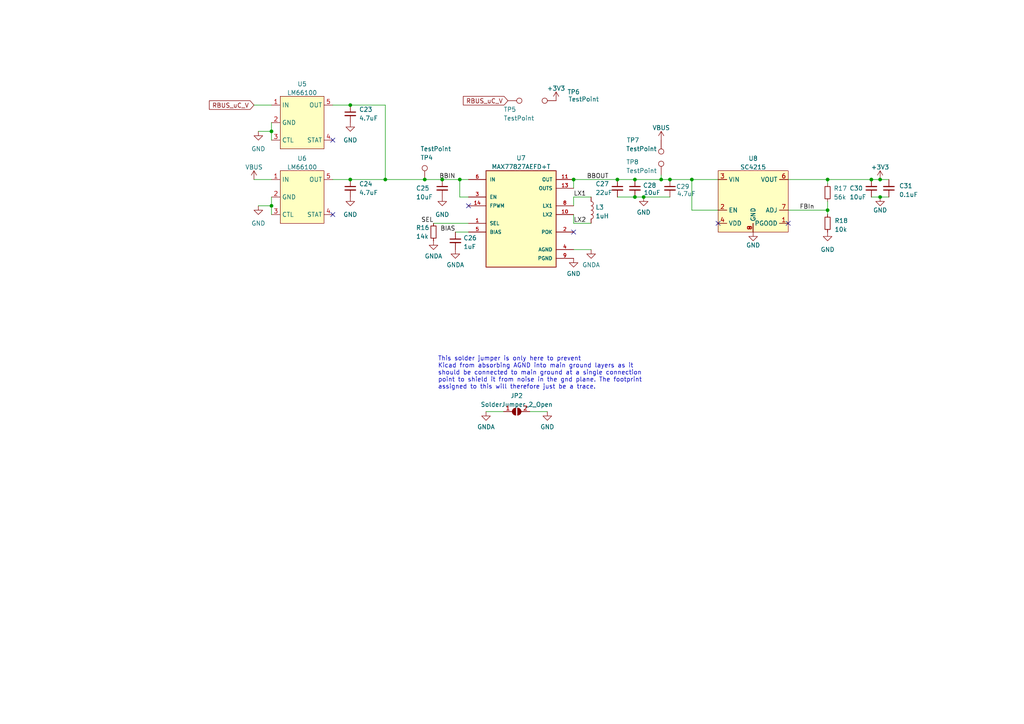
<source format=kicad_sch>
(kicad_sch (version 20211123) (generator eeschema)
  (paper "A4")
  (lib_symbols
    (symbol "Connector:TestPoint" (pin_numbers hide) (pin_names (offset 0.762) hide)
      (property "Reference" "TP" (at 0 6.858 0))
      (property "Value" "TestPoint" (at 0 5.08 0))
      (symbol "TestPoint_0_1"
        (circle (center 0 3.302) (radius 0.762))
      )
      (symbol "TestPoint_1_1"
        (pin passive line (at 0 0 90) (length 2.54) (name "1") (number "1"))
      )
    )
    (symbol "Device:C_Small" (pin_numbers hide) (pin_names (offset 0.254) hide)
      (property "Reference" "C" (at 0.254 1.778 0))
      (property "Value" "C_Small" (at 0.254 -2.032 0))
      (symbol "C_Small_0_1"
        (polyline (pts (xy -1.524 -0.508) (xy 1.524 -0.508)) (stroke (width 0.3302)))
        (polyline (pts (xy -1.524 0.508) (xy 1.524 0.508)) (stroke (width 0.3048)))
      )
      (symbol "C_Small_1_1"
        (pin passive line (at 0 2.54 270) (length 2.032) (name "~") (number "1"))
        (pin passive line (at 0 -2.54 90) (length 2.032) (name "~") (number "2"))
      )
    )
    (symbol "Device:L" (pin_numbers hide) (pin_names (offset 1.016) hide)
      (property "Reference" "L" (at -1.27 0 90))
      (property "Value" "L" (at 1.905 0 90))
      (symbol "L_0_1"
        (arc (start 0 -2.54) (mid 0.635 -1.905) (end 0 -1.27))
        (arc (start 0 -1.27) (mid 0.635 -0.635) (end 0 0))
        (arc (start 0 0) (mid 0.635 0.635) (end 0 1.27))
        (arc (start 0 1.27) (mid 0.635 1.905) (end 0 2.54))
      )
      (symbol "L_1_1"
        (pin passive line (at 0 3.81 270) (length 1.27) (name "1") (number "1"))
        (pin passive line (at 0 -3.81 90) (length 1.27) (name "2") (number "2"))
      )
    )
    (symbol "Device:R_Small" (pin_numbers hide) (pin_names (offset 0.254) hide)
      (property "Reference" "R" (at 0.762 0.508 0))
      (property "Value" "R_Small" (at 0.762 -1.016 0))
      (symbol "R_Small_0_1"
        (rectangle (start -0.762 1.778) (end 0.762 -1.778) (stroke (width 0.2032)))
      )
      (symbol "R_Small_1_1"
        (pin passive line (at 0 2.54 270) (length 0.762) (name "~") (number "1"))
        (pin passive line (at 0 -2.54 90) (length 0.762) (name "~") (number "2"))
      )
    )
    (symbol "Jumper:SolderJumper_2_Open" (pin_names (offset 0) hide)
      (property "Reference" "JP" (at 0 2.032 0))
      (property "Value" "SolderJumper_2_Open" (at 0 -2.54 0))
      (symbol "SolderJumper_2_Open_0_1"
        (arc (start -0.254 1.016) (mid -1.27 0) (end -0.254 -1.016))
        (arc (start -0.254 1.016) (mid -1.27 0) (end -0.254 -1.016) (fill (type outline)))
        (polyline (pts (xy -0.254 1.016) (xy -0.254 -1.016)))
        (polyline (pts (xy 0.254 1.016) (xy 0.254 -1.016)))
        (arc (start 0.254 -1.016) (mid 1.27 0) (end 0.254 1.016))
        (arc (start 0.254 -1.016) (mid 1.27 0) (end 0.254 1.016) (fill (type outline)))
      )
      (symbol "SolderJumper_2_Open_1_1"
        (pin passive line (at -3.81 0 0) (length 2.54) (name "A") (number "1"))
        (pin passive line (at 3.81 0 180) (length 2.54) (name "B") (number "2"))
      )
    )
    (symbol "iclr:LTC4411"
      (property "Reference" "U" (at 0 1.27 0))
      (property "Value" "LTC4411" (at 0 -1.27 0))
      (symbol "LTC4411_0_1"
        (rectangle (start -6.35 -2.54) (end 6.35 -17.78) (fill (type background)))
      )
      (symbol "LTC4411_1_1"
        (pin power_in line (at -8.89 -5.08 0) (length 2.54) (name "IN") (number "1"))
        (pin output line (at -8.89 -10.16 0) (length 2.54) (name "GND") (number "2"))
        (pin input line (at -8.89 -15.24 0) (length 2.54) (name "CTL") (number "3"))
        (pin input line (at 8.89 -15.24 180) (length 2.54) (name "STAT") (number "4"))
        (pin power_out line (at 8.89 -5.08 180) (length 2.54) (name "OUT") (number "5"))
      )
    )
    (symbol "iclr:MAX77827AEFD+T" (pin_names (offset 1.016))
      (property "Reference" "U?" (at -10.16 13.208 0))
      (property "Value" "MAX77827AEFD+T" (at -10.16 -17.78 0))
      (symbol "MAX77827AEFD+T_0_0"
        (rectangle (start -10.16 -15.24) (end 10.16 12.7) (stroke (width 0.254)) (fill (type background)))
        (pin passive line (at -15.24 -2.54 0) (length 5.08) (name "SEL") (number "1"))
        (pin passive line (at 15.24 0 180) (length 5.08) (name "LX2") (number "10"))
        (pin output line (at 15.24 10.16 180) (length 5.08) (name "OUT") (number "11"))
        (pin input line (at 15.24 7.62 180) (length 5.08) (name "OUTS") (number "13"))
        (pin input line (at -15.24 2.54 0) (length 5.08) (name "FPWM") (number "14"))
        (pin output line (at 15.24 -5.08 180) (length 5.08) (name "POK") (number "2"))
        (pin input line (at -15.24 5.08 0) (length 5.08) (name "EN") (number "3"))
        (pin power_in line (at 15.24 -10.16 180) (length 5.08) (name "AGND") (number "4"))
        (pin passive line (at -15.24 -5.08 0) (length 5.08) (name "BIAS") (number "5"))
        (pin input line (at -15.24 10.16 0) (length 5.08) (name "IN") (number "6"))
        (pin passive line (at 15.24 2.54 180) (length 5.08) (name "LX1") (number "8"))
        (pin power_in line (at 15.24 -12.7 180) (length 5.08) (name "PGND") (number "9"))
      )
    )
    (symbol "iclr:RT9025-25GSP"
      (property "Reference" "U6" (at 0 4.8428 0))
      (property "Value" "RT9025-25GSP" (at 0 2.3059 0))
      (symbol "RT9025-25GSP_1_1"
        (rectangle (start -10.16 1.27) (end 10.16 -16.51) (fill (type background)))
        (pin output line (at 10.16 -13.97 180) (length 2.54) (name "PGOOD") (number "1"))
        (pin input line (at -10.16 -10.16 0) (length 2.54) (name "EN") (number "2"))
        (pin input line (at -10.16 -1.27 0) (length 2.54) (name "VIN") (number "3"))
        (pin input line (at -10.16 -13.97 0) (length 2.54) (name "VDD") (number "4"))
        (pin output line (at 10.16 -1.27 180) (length 2.54) (name "VOUT") (number "6"))
        (pin input line (at 10.16 -10.16 180) (length 2.54) (name "ADJ") (number "7"))
        (pin input line (at 0 -16.51 90) (length 2.54) (name "GND") (number "8"))
        (pin input line (at 0 -16.51 90) (length 2.54) (name "GND") (number "9"))
      )
    )
    (symbol "power:+3.3V" (power) (pin_names (offset 0))
      (property "Value" "+3.3V" (at 0 3.556 0))
      (symbol "+3.3V_0_1"
        (polyline (pts (xy -0.762 1.27) (xy 0 2.54)))
        (polyline (pts (xy 0 0) (xy 0 2.54)))
        (polyline (pts (xy 0 2.54) (xy 0.762 1.27)))
      )
      (symbol "+3.3V_1_1"
        (pin power_in line (at 0 0 90) (length 0) hide (name "+3V3") (number "1"))
      )
    )
    (symbol "power:GND" (power) (pin_names (offset 0))
      (property "Value" "GND" (at 0 -3.81 0))
      (symbol "GND_0_1"
        (polyline (pts (xy 0 0) (xy 0 -1.27) (xy 1.27 -1.27) (xy 0 -2.54) (xy -1.27 -1.27) (xy 0 -1.27)))
      )
      (symbol "GND_1_1"
        (pin power_in line (at 0 0 270) (length 0) hide (name "GND") (number "1"))
      )
    )
    (symbol "power:GNDA" (power) (pin_names (offset 0))
      (property "Value" "GNDA" (at 0 -3.81 0))
      (symbol "GNDA_0_1"
        (polyline (pts (xy 0 0) (xy 0 -1.27) (xy 1.27 -1.27) (xy 0 -2.54) (xy -1.27 -1.27) (xy 0 -1.27)))
      )
      (symbol "GNDA_1_1"
        (pin power_in line (at 0 0 270) (length 0) hide (name "GNDA") (number "1"))
      )
    )
    (symbol "power:VBUS" (power) (pin_names (offset 0))
      (property "Value" "VBUS" (at 0 3.81 0))
      (symbol "VBUS_0_1"
        (polyline (pts (xy -0.762 1.27) (xy 0 2.54)))
        (polyline (pts (xy 0 0) (xy 0 2.54)))
        (polyline (pts (xy 0 2.54) (xy 0.762 1.27)))
      )
      (symbol "VBUS_1_1"
        (pin power_in line (at 0 0 90) (length 0) hide (name "VBUS") (number "1"))
      )
    )
  )
  (junction (at 184.15 52.07))
  (junction (at 240.03 52.07))
  (junction (at 255.27 52.07))
  (junction (at 191.77 52.07))
  (junction (at 186.69 57.15))
  (junction (at 128.27 52.07))
  (junction (at 111.76 52.07))
  (junction (at 101.6 52.07))
  (junction (at 252.73 52.07))
  (junction (at 78.74 59.69))
  (junction (at 194.31 52.07))
  (junction (at 255.27 57.15))
  (junction (at 166.37 52.07))
  (junction (at 123.19 52.07))
  (junction (at 101.6 30.48))
  (junction (at 240.03 60.96))
  (junction (at 133.35 52.07))
  (junction (at 78.74 38.1))
  (junction (at 179.07 52.07))
  (junction (at 184.15 57.15))
  (junction (at 200.66 52.07))
  (no_connect (at 166.37 67.31))
  (no_connect (at 96.52 40.64))
  (no_connect (at 135.89 59.69))
  (no_connect (at 96.52 62.23))
  (no_connect (at 228.6 64.77))
  (no_connect (at 208.28 64.77))
  (wire (pts (xy 133.35 57.15) (xy 135.89 57.15)))
  (wire (pts (xy 166.37 52.07) (xy 179.07 52.07)))
  (wire (pts (xy 96.52 52.07) (xy 101.6 52.07)))
  (wire (pts (xy 179.07 52.07) (xy 184.15 52.07)))
  (wire (pts (xy 240.03 52.07) (xy 240.03 53.34)))
  (wire (pts (xy 166.37 57.15) (xy 171.45 57.15)))
  (wire (pts (xy 111.76 30.48) (xy 111.76 52.07)))
  (wire (pts (xy 200.66 52.07) (xy 200.66 60.96)))
  (wire (pts (xy 179.07 57.15) (xy 184.15 57.15)))
  (wire (pts (xy 228.6 52.07) (xy 240.03 52.07)))
  (wire (pts (xy 166.37 64.77) (xy 166.37 62.23)))
  (wire (pts (xy 200.66 52.07) (xy 208.28 52.07)))
  (wire (pts (xy 125.73 64.77) (xy 135.89 64.77)))
  (wire (pts (xy 166.37 72.39) (xy 171.45 72.39)))
  (wire (pts (xy 191.77 52.07) (xy 194.31 52.07)))
  (wire (pts (xy 240.03 58.42) (xy 240.03 60.96)))
  (wire (pts (xy 96.52 30.48) (xy 101.6 30.48)))
  (wire (pts (xy 166.37 59.69) (xy 166.37 57.15)))
  (wire (pts (xy 74.93 38.1) (xy 78.74 38.1)))
  (wire (pts (xy 191.77 50.8) (xy 191.77 52.07)))
  (wire (pts (xy 184.15 52.07) (xy 191.77 52.07)))
  (wire (pts (xy 252.73 57.15) (xy 255.27 57.15)))
  (wire (pts (xy 133.35 52.07) (xy 133.35 57.15)))
  (wire (pts (xy 200.66 60.96) (xy 208.28 60.96)))
  (wire (pts (xy 123.19 52.07) (xy 128.27 52.07)))
  (wire (pts (xy 186.69 57.15) (xy 194.31 57.15)))
  (wire (pts (xy 194.31 52.07) (xy 200.66 52.07)))
  (wire (pts (xy 140.97 119.38) (xy 146.05 119.38)))
  (wire (pts (xy 78.74 38.1) (xy 78.74 40.64)))
  (wire (pts (xy 228.6 60.96) (xy 240.03 60.96)))
  (wire (pts (xy 171.45 64.77) (xy 166.37 64.77)))
  (wire (pts (xy 255.27 57.15) (xy 257.81 57.15)))
  (wire (pts (xy 73.66 52.07) (xy 78.74 52.07)))
  (wire (pts (xy 111.76 52.07) (xy 123.19 52.07)))
  (wire (pts (xy 186.69 57.15) (xy 184.15 57.15)))
  (wire (pts (xy 153.67 119.38) (xy 158.75 119.38)))
  (wire (pts (xy 78.74 57.15) (xy 78.74 59.69)))
  (wire (pts (xy 128.27 52.07) (xy 133.35 52.07)))
  (wire (pts (xy 78.74 35.56) (xy 78.74 38.1)))
  (wire (pts (xy 166.37 54.61) (xy 166.37 52.07)))
  (wire (pts (xy 132.08 67.31) (xy 135.89 67.31)))
  (wire (pts (xy 74.93 59.69) (xy 78.74 59.69)))
  (wire (pts (xy 78.74 59.69) (xy 78.74 62.23)))
  (wire (pts (xy 255.27 52.07) (xy 252.73 52.07)))
  (wire (pts (xy 133.35 52.07) (xy 135.89 52.07)))
  (wire (pts (xy 255.27 52.07) (xy 257.81 52.07)))
  (wire (pts (xy 101.6 30.48) (xy 111.76 30.48)))
  (wire (pts (xy 73.66 30.48) (xy 78.74 30.48)))
  (wire (pts (xy 240.03 60.96) (xy 240.03 62.23)))
  (wire (pts (xy 240.03 52.07) (xy 252.73 52.07)))
  (wire (pts (xy 101.6 52.07) (xy 111.76 52.07)))
  (text "This solder jumper is only here to prevent\nKicad from absorbing AGND into main ground layers as it\nshould be connected to main ground at a single connection\npoint to shield it from noise in the gnd plane. The footprint\nassigned to this will therefore just be a trace.\n" (at 127 113.03 0) (effects (font (size 1.27 1.27)) (justify left bottom)))
  (label "FBIn" (at 236.22 60.96 180))
  (label "BIAS" (at 132.08 67.31 180))
  (label "LX2" (at 166.37 64.77 0))
  (label "SEL" (at 125.73 64.77 180))
  (label "BBOUT" (at 170.18 52.07 0))
  (label "LX1" (at 166.37 57.15 0))
  (label "BBIN" (at 132.08 52.07 180))
  (global_label "RBUS_uC_V" (shape input) (at 147.32 29.21 180) (property "Intersheet References" "${INTERSHEET_REFS}" (effects hide)))
  (global_label "RBUS_uC_V" (shape input) (at 73.66 30.48 180) (property "Intersheet References" "${INTERSHEET_REFS}" (effects hide)))
  (symbol (lib_id "power:+3.3V") (at 161.29 29.21 0) (unit 1)
    (property "Reference" "#PWR052" (effects hide))
    (property "Value" "+3.3V" (at 161.29 25.6342 0))
  )
  (symbol (lib_id "power:GND") (at 74.93 38.1 0) (unit 1)
    (property "Reference" "#PWR043" (effects hide))
    (property "Value" "GND" (at 74.93 43.18 0))
  )
  (symbol (lib_id "Connector:TestPoint") (at 191.77 50.8 0) (unit 1)
    (property "Reference" "TP8" (at 181.61 46.99 0) (effects (justify left)))
    (property "Value" "TestPoint" (at 181.61 49.5269 0) (effects (justify left)))
    (property "Footprint" "TestPoint:TestPoint_Pad_D1.5mm" (effects hide))
  )
  (symbol (lib_id "Device:R_Small") (at 125.73 67.31 0) (unit 1)
    (property "Reference" "R16" (at 120.65 66.04 0) (effects (justify left)))
    (property "Value" "14k" (at 120.65 68.5769 0) (effects (justify left)))
    (property "Footprint" "Resistor_SMD:R_0402_1005Metric" (effects hide))
  )
  (symbol (lib_id "Device:C_Small") (at 257.81 54.61 180) (unit 1)
    (property "Reference" "C31" (at 260.7683 53.9154 0) (effects (justify right)))
    (property "Value" "0.1uF" (at 260.7683 56.4554 0) (effects (justify right)))
    (property "Footprint" "Capacitor_SMD:C_0402_1005Metric" (effects hide))
  )
  (symbol (lib_id "power:GND") (at 74.93 59.69 0) (unit 1)
    (property "Reference" "#PWR044" (effects hide))
    (property "Value" "GND" (at 74.93 64.77 0))
  )
  (symbol (lib_id "Connector:TestPoint") (at 147.32 29.21 270) (unit 1)
    (property "Reference" "TP5" (at 146.05 31.75 90) (effects (justify left)))
    (property "Value" "TestPoint" (at 146.05 34.2869 90) (effects (justify left)))
    (property "Footprint" "TestPoint:TestPoint_Pad_D1.5mm" (effects hide))
  )
  (symbol (lib_id "power:VBUS") (at 191.77 40.64 0) (unit 1)
    (property "Reference" "#PWR056" (effects hide))
    (property "Value" "VBUS" (at 191.77 37.0642 0))
  )
  (symbol (lib_id "Device:C_Small") (at 184.15 54.61 0) (unit 1)
    (property "Reference" "C28" (at 186.4741 53.7816 0) (effects (justify left)))
    (property "Value" "10uF" (at 186.69 55.88 0) (effects (justify left)))
    (property "Footprint" "Capacitor_SMD:C_0402_1005Metric" (effects hide))
  )
  (symbol (lib_id "power:VBUS") (at 73.66 52.07 0) (unit 1)
    (property "Reference" "#PWR042" (effects hide))
    (property "Value" "VBUS" (at 73.66 48.4942 0))
  )
  (symbol (lib_id "Device:L") (at 171.45 60.96 0) (unit 1)
    (property "Reference" "L3" (at 172.72 60.1253 0) (effects (justify left)))
    (property "Value" "1uH" (at 172.72 62.6622 0) (effects (justify left)))
    (property "Footprint" "Inductor_SMD:L_0805_2012Metric" (effects hide))
  )
  (symbol (lib_id "power:GND") (at 101.6 35.56 0) (unit 1)
    (property "Reference" "#PWR045" (effects hide))
    (property "Value" "GND" (at 101.6 40.64 0))
  )
  (symbol (lib_id "Connector:TestPoint") (at 123.19 52.07 0) (unit 1)
    (property "Reference" "TP4" (at 121.92 45.72 0) (effects (justify left)))
    (property "Value" "TestPoint" (at 121.92 43.1831 0) (effects (justify left)))
    (property "Footprint" "TestPoint:TestPoint_Pad_D1.5mm" (effects hide))
  )
  (symbol (lib_id "Device:R_Small") (at 240.03 64.77 0) (unit 1)
    (property "Reference" "R18" (at 242.044 64.0197 0) (effects (justify left)))
    (property "Value" "10k" (at 242.044 66.5597 0) (effects (justify left)))
    (property "Footprint" "Resistor_SMD:R_0402_1005Metric" (effects hide))
  )
  (symbol (lib_id "iclr:LTC4411") (at 87.63 25.4 0) (unit 1)
    (property "Reference" "U5" (at 87.63 24.3672 0))
    (property "Value" "LM66100" (at 87.63 26.9041 0))
    (property "Footprint" "Package_TO_SOT_SMD:SOT-23-5" (effects hide))
  )
  (symbol (lib_id "power:GND") (at 186.69 57.15 0) (unit 1)
    (property "Reference" "#PWR055" (effects hide))
    (property "Value" "GND" (at 186.69 61.5934 0))
  )
  (symbol (lib_id "power:GNDA") (at 125.73 69.85 0) (unit 1)
    (property "Reference" "#PWR047" (effects hide))
    (property "Value" "GNDA" (at 125.73 74.2934 0))
  )
  (symbol (lib_id "Device:C_Small") (at 128.27 54.61 0) (unit 1)
    (property "Reference" "C25" (at 120.65 54.61 0) (effects (justify left)))
    (property "Value" "10uF" (at 120.65 57.1469 0) (effects (justify left)))
    (property "Footprint" "Capacitor_SMD:C_0603_1608Metric" (effects hide))
  )
  (symbol (lib_id "power:GND") (at 101.6 57.15 0) (unit 1)
    (property "Reference" "#PWR046" (effects hide))
    (property "Value" "GND" (at 101.6 62.23 0))
  )
  (symbol (lib_id "power:+3.3V") (at 255.27 52.07 0) (unit 1)
    (property "Reference" "#PWR059" (effects hide))
    (property "Value" "+3.3V" (at 255.27 48.4942 0))
  )
  (symbol (lib_id "Connector:TestPoint") (at 191.77 40.64 180) (unit 1)
    (property "Reference" "TP7" (at 185.42 40.64 0) (effects (justify left)))
    (property "Value" "TestPoint" (at 190.5 43.1769 0) (effects (justify left)))
    (property "Footprint" "TestPoint:TestPoint_Pad_D1.5mm" (effects hide))
  )
  (symbol (lib_id "power:GND") (at 255.27 57.15 0) (unit 1)
    (property "Reference" "#PWR060" (effects hide))
    (property "Value" "GND" (at 255.27 60.96 0))
  )
  (symbol (lib_id "power:GNDA") (at 171.45 72.39 0) (unit 1)
    (property "Reference" "#PWR054" (effects hide))
    (property "Value" "GNDA" (at 171.45 76.8334 0))
  )
  (symbol (lib_id "power:GND") (at 218.44 67.31 0) (unit 1)
    (property "Reference" "#PWR057" (effects hide))
    (property "Value" "GND" (at 218.44 71.12 0))
  )
  (symbol (lib_id "Device:C_Small") (at 252.73 54.61 180) (unit 1)
    (property "Reference" "C30" (at 246.38 54.61 0) (effects (justify right)))
    (property "Value" "10uF" (at 246.38 57.15 0) (effects (justify right)))
    (property "Footprint" "Capacitor_SMD:C_0402_1005Metric" (effects hide))
  )
  (symbol (lib_id "power:GND") (at 128.27 57.15 0) (unit 1)
    (property "Reference" "#PWR048" (effects hide))
    (property "Value" "GND" (at 128.27 62.23 0))
  )
  (symbol (lib_id "Connector:TestPoint") (at 161.29 29.21 90) (unit 1)
    (property "Reference" "TP6" (at 166.37 26.67 90))
    (property "Value" "TestPoint" (at 169.291 28.7716 90))
    (property "Footprint" "TestPoint:TestPoint_Pad_D1.5mm" (effects hide))
  )
  (symbol (lib_id "iclr:RT9025-25GSP") (at 218.44 50.8 0) (unit 1)
    (property "Reference" "U8" (at 218.44 45.9572 0))
    (property "Value" "SC4215" (at 218.44 48.4941 0))
    (property "Footprint" "iclr:SOIC127P599X175-9N" (effects hide))
  )
  (symbol (lib_id "Jumper:SolderJumper_2_Open") (at 149.86 119.38 0) (unit 1)
    (property "Reference" "JP2" (at 149.86 114.7912 0))
    (property "Value" "SolderJumper_2_Open" (at 149.86 117.3281 0))
  )
  (symbol (lib_id "Device:C_Small") (at 101.6 54.61 0) (unit 1)
    (property "Reference" "C24" (at 104.14 53.3462 0) (effects (justify left)))
    (property "Value" "4.7uF" (at 104.14 55.8862 0) (effects (justify left)))
    (property "Footprint" "Capacitor_SMD:C_0402_1005Metric" (effects hide))
  )
  (symbol (lib_id "iclr:LTC4411") (at 87.63 46.99 0) (unit 1)
    (property "Reference" "U6" (at 87.63 45.9572 0))
    (property "Value" "LM66100" (at 87.63 48.4941 0))
    (property "Footprint" "Package_TO_SOT_SMD:SOT-23-5" (effects hide))
  )
  (symbol (lib_id "iclr:MAX77827AEFD+T") (at 151.13 62.23 0) (unit 1)
    (property "Reference" "U7" (at 151.13 45.8302 0))
    (property "Value" "MAX77827AEFD+T" (at 151.13 48.3671 0))
    (property "Footprint" "iclr:CONV_MAX77827AEFD+T" (effects hide))
    (property "MANUFACTURER" "Maxim Integrated" (effects hide))
    (property "MAXIMUM_PACKAGE_HEIGHT" "0.6mm" (effects hide))
    (property "PARTREV" "B" (effects hide))
    (property "STANDARD" "Manufacturer Recommended" (effects hide))
  )
  (symbol (lib_id "power:GND") (at 240.03 67.31 0) (unit 1)
    (property "Reference" "#PWR058" (effects hide))
    (property "Value" "GND" (at 240.03 72.39 0))
  )
  (symbol (lib_id "power:GND") (at 166.37 74.93 0) (unit 1)
    (property "Reference" "#PWR053" (effects hide))
    (property "Value" "GND" (at 166.37 79.3734 0))
  )
  (symbol (lib_id "Device:C_Small") (at 101.6 33.02 0) (unit 1)
    (property "Reference" "C23" (at 104.14 31.7562 0) (effects (justify left)))
    (property "Value" "4.7uF" (at 104.14 34.2962 0) (effects (justify left)))
    (property "Footprint" "Capacitor_SMD:C_0402_1005Metric" (effects hide))
  )
  (symbol (lib_id "Device:C_Small") (at 194.31 54.61 0) (unit 1)
    (property "Reference" "C29" (at 196.0936 54.1168 0) (effects (justify left)))
    (property "Value" "4.7uF" (at 196.3095 56.2152 0) (effects (justify left)))
    (property "Footprint" "Capacitor_SMD:C_0402_1005Metric" (effects hide))
  )
  (symbol (lib_id "power:GNDA") (at 132.08 72.39 0) (unit 1)
    (property "Reference" "#PWR?" (effects hide))
    (property "Value" "GNDA" (at 132.08 76.8334 0))
  )
  (symbol (lib_id "Device:C_Small") (at 179.07 54.61 0) (unit 1)
    (property "Reference" "C27" (at 172.72 53.3431 0) (effects (justify left)))
    (property "Value" "22uF" (at 172.72 55.88 0) (effects (justify left)))
    (property "Footprint" "Capacitor_SMD:C_0603_1608Metric" (effects hide))
  )
  (symbol (lib_id "Device:R_Small") (at 240.03 55.88 0) (unit 1)
    (property "Reference" "R17" (at 241.7867 54.6505 0) (effects (justify left)))
    (property "Value" "56k" (at 241.7867 57.1905 0) (effects (justify left)))
    (property "Footprint" "Resistor_SMD:R_0402_1005Metric" (effects hide))
  )
  (symbol (lib_id "Device:C_Small") (at 132.08 69.85 0) (unit 1)
    (property "Reference" "C26" (at 134.4041 69.0216 0) (effects (justify left)))
    (property "Value" "1uF" (at 134.4041 71.5585 0) (effects (justify left)))
    (property "Footprint" "Capacitor_SMD:C_0402_1005Metric" (effects hide))
  )
  (symbol (lib_id "power:GND") (at 158.75 119.38 0) (unit 1)
    (property "Reference" "#PWR051" (effects hide))
    (property "Value" "GND" (at 158.75 123.8234 0))
  )
  (symbol (lib_id "power:GNDA") (at 140.97 119.38 0) (unit 1)
    (property "Reference" "#PWR050" (effects hide))
    (property "Value" "GNDA" (at 140.97 123.8234 0))
  )
)
</source>
